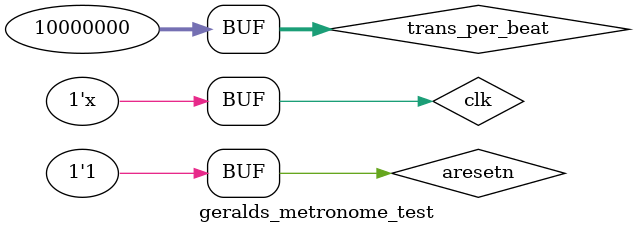
<source format=v>
`timescale 1ns / 1ps


module geralds_metronome_test(

    );
    reg clk;
    reg aresetn;
    reg[31:0] trans_per_beat;
    wire[2:0] click;
    geralds_metronome dut (
        .clk(clk),
        .aresetn(aresetn),
        .trans_per_beat(trans_per_beat),
        .click(click)
        );
    
    always #5
    begin
        clk = ~clk;
    end
    
    initial
    begin
        clk = 0;
        aresetn = 0;
        // 600 BPM;
        trans_per_beat = 31'h989680;
        
        #40
        aresetn = 1;
    end
endmodule

</source>
